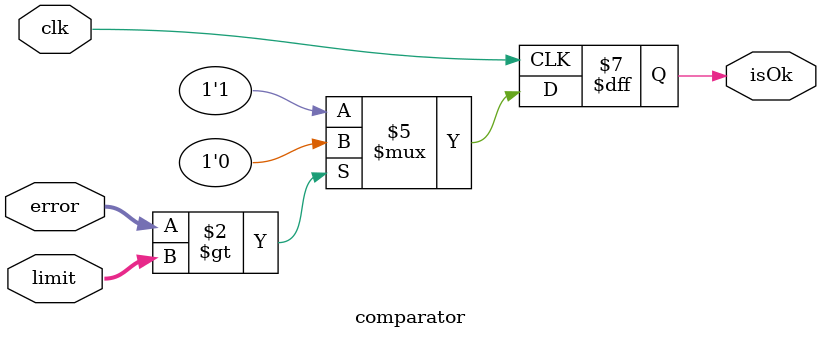
<source format=v>
`timescale 1ns / 1ps
/*
It compare the error calculated from masks and the limit givn to us.
returns 1 if error < limit
        0 else
PARAMS:
    n       -> number of bits in error
INPUTS:
    error    -> n bit long error
    limit    -> n bit long threshold of error
    clk     -> clock signal
OUPUTS:
    isOk   -> weather read have less error(1, logical high) or not(0 logical low)
*/

module comparator #(parameter n = 5)(
    input [n-1:0] error,
    input [n-1:0] limit,
    input         clk,
    output reg    isOk = 1
    );
    
    always @(posedge clk) begin
        if(error > limit) begin
            isOk <= 0;
        end
        else isOk <= 1;
    end
    
endmodule

</source>
